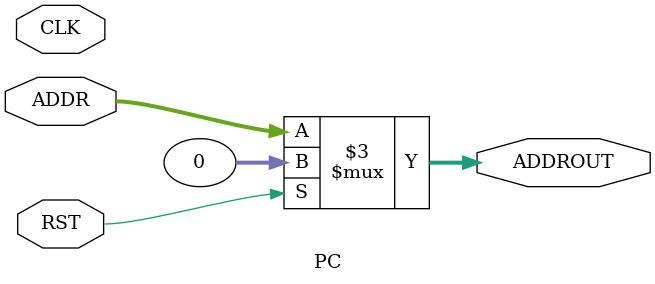
<source format=v>
module PC(ADDR, ADDROUT, CLK, RST);
    input CLK;
    input [31:0] ADDR;
    input RST;
    output reg [31:0] ADDROUT;

    
    always @(*) begin
        if (RST) ADDROUT <= 0; else begin
        ADDROUT <= ADDR;
        end
    end


endmodule
</source>
